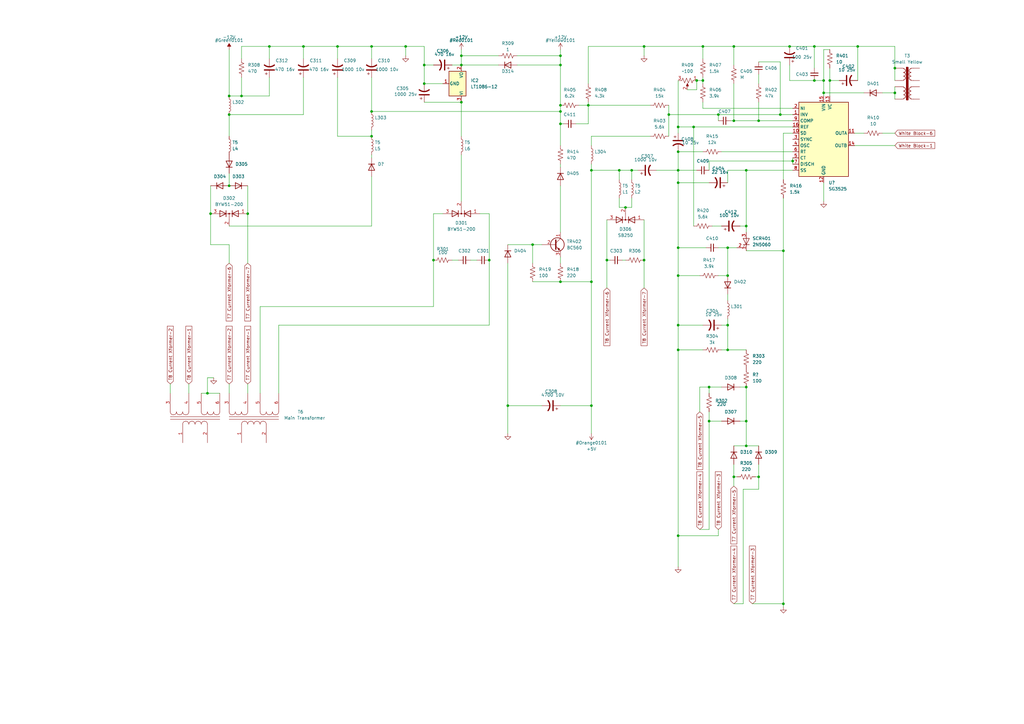
<source format=kicad_sch>
(kicad_sch (version 20211123) (generator eeschema)
  (paper "A3")
  (lib_symbols
    (symbol "Device:C_Polarized_US" (pin_numbers hide) (pin_names (offset 0.254) hide)
      (property "Reference" "C" (at 0.635 2.54 0))
      (property "Value" "C_Polarized_US" (at 0.635 -2.54 0))
      (symbol "C_Polarized_US_0_1"
        (polyline (pts (xy -2.032 0.762) (xy 2.032 0.762)) (stroke (width 0.508)))
        (polyline (pts (xy -1.778 2.286) (xy -0.762 2.286)))
        (polyline (pts (xy -1.27 1.778) (xy -1.27 2.794)))
        (arc (start 2.032 -1.27) (mid 0 -0.5572) (end -2.032 -1.27) (stroke (width 0.508)))
      )
      (symbol "C_Polarized_US_1_1"
        (pin passive line (at 0 3.81 270) (length 2.794) (name "~") (number "1"))
        (pin passive line (at 0 -3.81 90) (length 3.302) (name "~") (number "2"))
      )
    )
    (symbol "Device:C_Small" (pin_numbers hide) (pin_names (offset 0.254) hide)
      (property "Reference" "C" (at 0.254 1.778 0))
      (property "Value" "C_Small" (at 0.254 -2.032 0))
      (symbol "C_Small_0_1"
        (polyline (pts (xy -1.524 -0.508) (xy 1.524 -0.508)) (stroke (width 0.3302)))
        (polyline (pts (xy -1.524 0.508) (xy 1.524 0.508)) (stroke (width 0.3048)))
      )
      (symbol "C_Small_1_1"
        (pin passive line (at 0 2.54 270) (length 2.032) (name "~") (number "1"))
        (pin passive line (at 0 -2.54 90) (length 2.032) (name "~") (number "2"))
      )
    )
    (symbol "Device:D" (pin_numbers hide) (pin_names (offset 1.016) hide)
      (property "Reference" "D" (at 0 2.54 0))
      (property "Value" "D" (at 0 -2.54 0))
      (symbol "D_0_1"
        (polyline (pts (xy -1.27 1.27) (xy -1.27 -1.27)) (stroke (width 0.254)))
        (polyline (pts (xy 1.27 0) (xy -1.27 0)))
        (polyline (pts (xy 1.27 1.27) (xy 1.27 -1.27) (xy -1.27 0) (xy 1.27 1.27)) (stroke (width 0.254)))
      )
      (symbol "D_1_1"
        (pin passive line (at -3.81 0 0) (length 2.54) (name "K") (number "1"))
        (pin passive line (at 3.81 0 180) (length 2.54) (name "A") (number "2"))
      )
    )
    (symbol "Device:D_Dual_CommonCathode_AKA" (pin_names (offset 0.762) hide)
      (property "Reference" "D" (at 1.27 -2.54 0))
      (property "Value" "D_Dual_CommonCathode_AKA" (at 0 2.54 0))
      (symbol "D_Dual_CommonCathode_AKA_0_1"
        (polyline (pts (xy 0 0) (xy 0 -2.54)))
        (polyline (pts (xy 3.81 0) (xy -3.81 0)))
        (polyline (pts (xy -1.27 -1.27) (xy -1.27 1.27) (xy -1.27 1.27)) (stroke (width 0.254)))
        (polyline (pts (xy 1.27 -1.27) (xy 1.27 1.27) (xy 1.27 1.27)) (stroke (width 0.254)))
        (polyline (pts (xy -3.81 1.27) (xy -1.27 0) (xy -3.81 -1.27) (xy -3.81 1.27) (xy -3.81 1.27) (xy -3.81 1.27)) (stroke (width 0.254)))
        (polyline (pts (xy 3.81 -1.27) (xy 1.27 0) (xy 3.81 1.27) (xy 3.81 -1.27) (xy 3.81 -1.27) (xy 3.81 -1.27)) (stroke (width 0.254)))
        (circle (center 0 0) (radius 0.254) (fill (type outline)))
        (pin passive line (at -7.62 0 0) (length 3.81) (name "A") (number "1"))
        (pin passive line (at 0 -5.08 90) (length 2.54) (name "K") (number "2"))
        (pin passive line (at 7.62 0 180) (length 3.81) (name "A") (number "3"))
      )
    )
    (symbol "Device:L" (pin_numbers hide) (pin_names (offset 1.016) hide)
      (property "Reference" "L" (at -1.27 0 90))
      (property "Value" "L" (at 1.905 0 90))
      (symbol "L_0_1"
        (arc (start 0 -2.54) (mid 0.635 -1.905) (end 0 -1.27))
        (arc (start 0 -1.27) (mid 0.635 -0.635) (end 0 0))
        (arc (start 0 0) (mid 0.635 0.635) (end 0 1.27))
        (arc (start 0 1.27) (mid 0.635 1.905) (end 0 2.54))
      )
      (symbol "L_1_1"
        (pin passive line (at 0 3.81 270) (length 1.27) (name "1") (number "1"))
        (pin passive line (at 0 -3.81 90) (length 1.27) (name "2") (number "2"))
      )
    )
    (symbol "Device:Q_SCR_KGA" (pin_names (offset 0) hide)
      (property "Reference" "D" (at 1.905 0.635 0))
      (property "Value" "Q_SCR_KGA" (at 1.905 -1.27 0))
      (symbol "Q_SCR_KGA_0_1"
        (polyline (pts (xy -1.27 -2.54) (xy -0.635 -1.27)))
        (polyline (pts (xy -1.27 -1.27) (xy 1.27 -1.27)) (stroke (width 0.2032)))
        (polyline (pts (xy 0 -2.54) (xy 0 2.54)))
        (polyline (pts (xy -1.27 1.27) (xy 1.27 1.27) (xy 0 -1.27) (xy -1.27 1.27)) (stroke (width 0.2032)))
      )
      (symbol "Q_SCR_KGA_1_1"
        (pin passive line (at 0 -3.81 90) (length 2.54) (name "K") (number "1"))
        (pin input line (at -3.81 -2.54 0) (length 2.54) (name "G") (number "2"))
        (pin passive line (at 0 3.81 270) (length 2.54) (name "A") (number "3"))
      )
    )
    (symbol "Device:R_Potentiometer_US" (pin_names (offset 1.016) hide)
      (property "Reference" "RV" (at -4.445 0 90))
      (property "Value" "R_Potentiometer_US" (at -2.54 0 90))
      (symbol "R_Potentiometer_US_0_1"
        (polyline (pts (xy 0 -2.286) (xy 0 -2.54)))
        (polyline (pts (xy 0 2.54) (xy 0 2.286)))
        (polyline (pts (xy 2.54 0) (xy 1.524 0)))
        (polyline (pts (xy 1.143 0) (xy 2.286 0.508) (xy 2.286 -0.508) (xy 1.143 0)) (fill (type outline)))
        (polyline (pts (xy 0 -0.762) (xy 1.016 -1.143) (xy 0 -1.524) (xy -1.016 -1.905) (xy 0 -2.286)))
        (polyline (pts (xy 0 0.762) (xy 1.016 0.381) (xy 0 0) (xy -1.016 -0.381) (xy 0 -0.762)))
        (polyline (pts (xy 0 2.286) (xy 1.016 1.905) (xy 0 1.524) (xy -1.016 1.143) (xy 0 0.762)))
      )
      (symbol "R_Potentiometer_US_1_1"
        (pin passive line (at 0 3.81 270) (length 1.27) (name "1") (number "1"))
        (pin passive line (at 3.81 0 180) (length 1.27) (name "2") (number "2"))
        (pin passive line (at 0 -3.81 90) (length 1.27) (name "3") (number "3"))
      )
    )
    (symbol "Device:R_US" (pin_numbers hide) (pin_names (offset 0))
      (property "Reference" "R" (at 2.54 0 90))
      (property "Value" "R_US" (at -2.54 0 90))
      (symbol "R_US_0_1"
        (polyline (pts (xy 0 -2.286) (xy 0 -2.54)))
        (polyline (pts (xy 0 2.286) (xy 0 2.54)))
        (polyline (pts (xy 0 -0.762) (xy 1.016 -1.143) (xy 0 -1.524) (xy -1.016 -1.905) (xy 0 -2.286)))
        (polyline (pts (xy 0 0.762) (xy 1.016 0.381) (xy 0 0) (xy -1.016 -0.381) (xy 0 -0.762)))
        (polyline (pts (xy 0 2.286) (xy 1.016 1.905) (xy 0 1.524) (xy -1.016 1.143) (xy 0 0.762)))
      )
      (symbol "R_US_1_1"
        (pin passive line (at 0 3.81 270) (length 1.27) (name "~") (number "1"))
        (pin passive line (at 0 -3.81 90) (length 1.27) (name "~") (number "2"))
      )
    )
    (symbol "Device:Transformer_1P_2S" (pin_names (offset 1.016) hide)
      (property "Reference" "T" (at 0 12.7 0))
      (property "Value" "Transformer_1P_2S" (at 0 -12.7 0))
      (symbol "Transformer_1P_2S_0_1"
        (arc (start -2.54 -5.0546) (mid -1.6599 -4.6901) (end -1.27 -3.81))
        (arc (start -2.54 -2.5146) (mid -1.6599 -2.1501) (end -1.27 -1.27))
        (arc (start -2.54 0.0254) (mid -1.6599 0.3899) (end -1.27 1.27))
        (arc (start -2.54 2.5654) (mid -1.6599 2.9299) (end -1.27 3.81))
        (arc (start -1.27 -3.81) (mid -1.642 -2.912) (end -2.54 -2.54))
        (arc (start -1.27 -1.27) (mid -1.642 -0.372) (end -2.54 0))
        (arc (start -1.27 1.27) (mid -1.642 2.168) (end -2.54 2.54))
        (arc (start -1.27 3.81) (mid -1.642 4.708) (end -2.54 5.08))
        (polyline (pts (xy -0.508 -10.16) (xy -0.508 10.16)))
        (polyline (pts (xy 0.508 10.16) (xy 0.508 -10.16)))
        (arc (start 1.2954 -8.89) (mid 1.6599 -9.7701) (end 2.54 -10.1346))
        (arc (start 1.2954 -6.35) (mid 1.6599 -7.2301) (end 2.54 -7.5946))
        (arc (start 1.2954 -3.81) (mid 1.6599 -4.6901) (end 2.54 -5.0546))
        (arc (start 1.2954 3.81) (mid 1.6599 2.9299) (end 2.54 2.5654))
        (arc (start 1.2954 6.35) (mid 1.6599 5.4699) (end 2.54 5.1054))
        (arc (start 1.2954 8.89) (mid 1.6599 8.0099) (end 2.54 7.6454))
        (arc (start 2.54 -7.62) (mid 1.642 -7.992) (end 1.2954 -8.89))
        (arc (start 2.54 -5.08) (mid 1.642 -5.452) (end 1.2954 -6.35))
        (arc (start 2.54 -2.54) (mid 1.642 -2.912) (end 1.2954 -3.81))
        (arc (start 2.54 5.08) (mid 1.642 4.708) (end 1.2954 3.81))
        (arc (start 2.54 7.62) (mid 1.642 7.248) (end 1.2954 6.35))
        (arc (start 2.54 10.16) (mid 1.642 9.788) (end 1.2954 8.89))
      )
      (symbol "Transformer_1P_2S_1_1"
        (pin passive line (at -10.16 5.08 0) (length 7.62) (name "AA") (number "1"))
        (pin passive line (at -10.16 -5.08 0) (length 7.62) (name "AB") (number "2"))
        (pin passive line (at 10.16 10.16 180) (length 7.62) (name "SA") (number "3"))
        (pin passive line (at 10.16 2.54 180) (length 7.62) (name "SB") (number "4"))
        (pin passive line (at 10.16 -2.54 180) (length 7.62) (name "SC") (number "5"))
        (pin passive line (at 10.16 -10.16 180) (length 7.62) (name "SD") (number "6"))
      )
    )
    (symbol "Regulator_Controller:SG3525"
      (property "Reference" "U" (at 3.81 19.05 0))
      (property "Value" "SG3525" (at 3.81 16.51 0))
      (symbol "SG3525_0_1"
        (rectangle (start -10.16 -15.24) (end 10.16 15.24) (stroke (width 0.254)) (fill (type background)))
      )
      (symbol "SG3525_1_1"
        (pin input line (at -12.7 10.16 0) (length 2.54) (name "INV") (number "1"))
        (pin passive line (at -12.7 2.54 0) (length 2.54) (name "SD") (number "10"))
        (pin output line (at 12.7 2.54 180) (length 2.54) (name "OUTA") (number "11"))
        (pin power_in line (at 0 -17.78 90) (length 2.54) (name "GND") (number "12"))
        (pin power_in line (at 2.54 17.78 270) (length 2.54) (name "VC") (number "13"))
        (pin output line (at 12.7 -2.54 180) (length 2.54) (name "OUTB") (number "14"))
        (pin power_in line (at 0 17.78 270) (length 2.54) (name "VIN") (number "15"))
        (pin power_in line (at -12.7 5.08 0) (length 2.54) (name "REF") (number "16"))
        (pin input line (at -12.7 12.7 0) (length 2.54) (name "NI") (number "2"))
        (pin passive line (at -12.7 0 0) (length 2.54) (name "SYNC") (number "3"))
        (pin output line (at -12.7 -2.54 0) (length 2.54) (name "OSC") (number "4"))
        (pin passive line (at -12.7 -7.62 0) (length 2.54) (name "CT") (number "5"))
        (pin passive line (at -12.7 -5.08 0) (length 2.54) (name "RT") (number "6"))
        (pin open_collector line (at -12.7 -10.16 0) (length 2.54) (name "DISCH") (number "7"))
        (pin passive line (at -12.7 -12.7 0) (length 2.54) (name "SS") (number "8"))
        (pin passive line (at -12.7 7.62 0) (length 2.54) (name "COMP") (number "9"))
      )
    )
    (symbol "Regulator_Linear:LT1086-12" (pin_names (offset 0.254))
      (property "Reference" "U" (at -3.81 3.175 0))
      (property "Value" "LT1086-12" (at 0 3.175 0))
      (symbol "LT1086-12_0_1"
        (rectangle (start -5.08 1.905) (end 5.08 -5.08) (stroke (width 0.254)) (fill (type background)))
      )
      (symbol "LT1086-12_1_1"
        (pin power_in line (at 0 -7.62 90) (length 2.54) (name "GND") (number "1"))
        (pin power_out line (at 7.62 0 180) (length 2.54) (name "VO") (number "2"))
        (pin power_in line (at -7.62 0 0) (length 2.54) (name "VI") (number "3"))
      )
    )
    (symbol "Transformer:TRANSF6" (pin_numbers hide) (pin_names (offset 0))
      (property "Reference" "TR" (at 0 10.16 0))
      (property "Value" "TRANSF6" (at 0 -7.62 0))
      (symbol "TRANSF6_0_1"
        (arc (start -1.524 -4.826) (mid -0.762 -4.064) (end -1.524 -3.302) (stroke (width 0.2032)))
        (arc (start -1.524 -3.302) (mid -0.762 -2.54) (end -1.524 -1.778) (stroke (width 0.2032)))
        (arc (start -1.524 -1.778) (mid -0.762 -1.016) (end -1.524 -0.254) (stroke (width 0.2032)))
        (arc (start -1.524 2.794) (mid -0.762 3.556) (end -1.524 4.318) (stroke (width 0.2032)))
        (arc (start -1.524 4.318) (mid -0.762 5.08) (end -1.524 5.842) (stroke (width 0.2032)))
        (arc (start -1.524 5.842) (mid -0.762 6.604) (end -1.524 7.366) (stroke (width 0.2032)))
        (rectangle (start -0.254 7.874) (end 0.254 -5.334) (stroke (width 0.508)) (fill (type outline)))
        (polyline (pts (xy 1.524 -4.826) (xy 1.524 -5.08) (xy 1.524 -5.08)) (fill (type outline)))
        (polyline (pts (xy 1.524 0) (xy 1.524 -0.254) (xy 1.524 -0.254)) (fill (type outline)))
        (polyline (pts (xy 1.524 0) (xy 2.54 0) (xy 2.54 0)))
        (polyline (pts (xy 1.524 2.54) (xy 1.524 2.794) (xy 1.524 2.794)) (fill (type outline)))
        (polyline (pts (xy 1.524 2.54) (xy 2.54 2.54) (xy 2.54 2.54)))
        (polyline (pts (xy 1.524 7.62) (xy 1.524 7.366) (xy 1.524 7.366)) (fill (type outline)))
        (polyline (pts (xy 1.524 7.62) (xy 2.54 7.62) (xy 2.54 7.62)))
        (polyline (pts (xy 2.54 -5.08) (xy 1.524 -5.08) (xy 1.524 -5.08)))
        (polyline (pts (xy -1.524 -4.826) (xy -1.524 -5.08) (xy -2.54 -5.08) (xy -2.54 -5.08)))
        (polyline (pts (xy -1.524 -0.254) (xy -1.524 0) (xy -2.54 0) (xy -2.54 0)))
        (polyline (pts (xy -1.524 2.794) (xy -1.524 2.54) (xy -2.54 2.54) (xy -2.54 2.54)))
        (polyline (pts (xy -1.524 7.366) (xy -1.524 7.62) (xy -2.54 7.62) (xy -2.54 7.62)))
        (arc (start 1.524 -3.302) (mid 0.762 -4.064) (end 1.524 -4.826) (stroke (width 0.2032)))
        (arc (start 1.524 -1.778) (mid 0.762 -2.54) (end 1.524 -3.302) (stroke (width 0.2032)))
        (arc (start 1.524 -0.254) (mid 0.762 -1.016) (end 1.524 -1.778) (stroke (width 0.2032)))
        (arc (start 1.524 4.318) (mid 0.762 3.556) (end 1.524 2.794) (stroke (width 0.2032)))
        (arc (start 1.524 5.842) (mid 0.762 5.08) (end 1.524 4.318) (stroke (width 0.2032)))
        (arc (start 1.524 7.366) (mid 0.762 6.604) (end 1.524 5.842) (stroke (width 0.2032)))
      )
      (symbol "TRANSF6_1_1"
        (pin passive line (at -5.08 7.62 0) (length 2.54) (name "~") (number "1"))
        (pin passive line (at -5.08 2.54 0) (length 2.54) (name "~") (number "2"))
        (pin passive line (at -5.08 0 0) (length 2.54) (name "~") (number "3"))
        (pin passive line (at -5.08 -5.08 0) (length 2.54) (name "~") (number "4"))
        (pin passive line (at 5.08 -5.08 180) (length 2.54) (name "~") (number "5"))
        (pin passive line (at 5.08 0 180) (length 2.54) (name "~") (number "6"))
        (pin passive line (at 5.08 2.54 180) (length 2.54) (name "~") (number "7"))
        (pin passive line (at 5.08 7.62 180) (length 2.54) (name "~") (number "8"))
      )
    )
    (symbol "Transistor_BJT:BC560" (pin_names (offset 0) hide)
      (property "Reference" "Q" (at 5.08 1.905 0))
      (property "Value" "BC560" (at 5.08 0 0))
      (symbol "BC560_0_1"
        (polyline (pts (xy 0.635 0.635) (xy 2.54 2.54)))
        (polyline (pts (xy 0.635 -0.635) (xy 2.54 -2.54) (xy 2.54 -2.54)))
        (polyline (pts (xy 0.635 1.905) (xy 0.635 -1.905) (xy 0.635 -1.905)) (stroke (width 0.508)))
        (polyline (pts (xy 2.286 -1.778) (xy 1.778 -2.286) (xy 1.27 -1.27) (xy 2.286 -1.778) (xy 2.286 -1.778)) (fill (type outline)))
        (circle (center 1.27 0) (radius 2.8194) (stroke (width 0.254)))
      )
      (symbol "BC560_1_1"
        (pin passive line (at 2.54 5.08 270) (length 2.54) (name "C") (number "1"))
        (pin input line (at -5.08 0 0) (length 5.715) (name "B") (number "2"))
        (pin passive line (at 2.54 -5.08 90) (length 2.54) (name "E") (number "3"))
      )
    )
    (symbol "power:+12V" (power) (pin_names (offset 0))
      (property "Value" "+12V" (at 0 3.556 0))
      (symbol "+12V_0_1"
        (polyline (pts (xy -0.762 1.27) (xy 0 2.54)))
        (polyline (pts (xy 0 0) (xy 0 2.54)))
        (polyline (pts (xy 0 2.54) (xy 0.762 1.27)))
      )
      (symbol "+12V_1_1"
        (pin power_in line (at 0 0 90) (length 0) hide (name "+12V") (number "1"))
      )
    )
    (symbol "power:+5V" (power) (pin_names (offset 0))
      (property "Value" "+5V" (at 0 3.556 0))
      (symbol "+5V_0_1"
        (polyline (pts (xy -0.762 1.27) (xy 0 2.54)))
        (polyline (pts (xy 0 0) (xy 0 2.54)))
        (polyline (pts (xy 0 2.54) (xy 0.762 1.27)))
      )
      (symbol "+5V_1_1"
        (pin power_in line (at 0 0 90) (length 0) hide (name "+5V") (number "1"))
      )
    )
    (symbol "power:-12V" (power) (pin_names (offset 0))
      (property "Value" "-12V" (at 0 3.81 0))
      (symbol "-12V_0_0"
        (pin power_in line (at 0 0 90) (length 0) hide (name "-12V") (number "1"))
      )
      (symbol "-12V_0_1"
        (polyline (pts (xy 0 0) (xy 0 1.27) (xy 0.762 1.27) (xy 0 2.54) (xy -0.762 1.27) (xy 0 1.27)) (fill (type outline)))
      )
    )
    (symbol "power:GND" (power) (pin_names (offset 0))
      (property "Value" "GND" (at 0 -3.81 0))
      (symbol "GND_0_1"
        (polyline (pts (xy 0 0) (xy 0 -1.27) (xy 1.27 -1.27) (xy 0 -2.54) (xy -1.27 -1.27) (xy 0 -1.27)))
      )
      (symbol "GND_1_1"
        (pin power_in line (at 0 0 270) (length 0) hide (name "GND") (number "1"))
      )
    )
  )
  (junction (at 229.87 22.86))
  (junction (at 278.13 219.71))
  (junction (at 351.79 19.05))
  (junction (at 229.87 50.8))
  (junction (at 340.36 33.02))
  (junction (at 189.23 22.86))
  (junction (at 294.64 46.99))
  (junction (at 241.3 43.18))
  (junction (at 93.98 39.37))
  (junction (at 173.99 34.29))
  (junction (at 337.82 33.02))
  (junction (at 284.48 52.07))
  (junction (at 99.06 39.37))
  (junction (at 166.37 19.05))
  (junction (at 189.23 41.91))
  (junction (at 288.29 33.02))
  (junction (at 242.57 115.57))
  (junction (at 229.87 26.67))
  (junction (at 152.4 45.72))
  (junction (at 101.6 87.63))
  (junction (at 321.31 102.87))
  (junction (at 325.12 66.04))
  (junction (at 278.13 52.07))
  (junction (at 290.83 158.75))
  (junction (at 337.82 38.1))
  (junction (at 85.09 161.29))
  (junction (at 367.03 27.94))
  (junction (at 290.83 172.72))
  (junction (at 278.13 113.03))
  (junction (at 254 69.85))
  (junction (at 152.4 55.88))
  (junction (at 334.01 33.02))
  (junction (at 320.04 46.99))
  (junction (at 274.32 46.99))
  (junction (at 298.45 133.35))
  (junction (at 86.36 87.63))
  (junction (at 173.99 26.67))
  (junction (at 189.23 26.67))
  (junction (at 311.15 195.58))
  (junction (at 300.99 19.05))
  (junction (at 259.08 69.85))
  (junction (at 367.03 38.1))
  (junction (at 93.98 46.99))
  (junction (at 242.57 69.85))
  (junction (at 264.16 19.05))
  (junction (at 256.54 85.09))
  (junction (at 298.45 101.6))
  (junction (at 278.13 133.35))
  (junction (at 110.49 19.05))
  (junction (at 311.15 49.53))
  (junction (at 229.87 115.57))
  (junction (at 177.8 106.68))
  (junction (at 288.29 19.05))
  (junction (at 278.13 101.6))
  (junction (at 321.31 247.65))
  (junction (at 334.01 19.05))
  (junction (at 124.46 19.05))
  (junction (at 242.57 166.37))
  (junction (at 248.92 106.68))
  (junction (at 306.07 92.71))
  (junction (at 229.87 43.18))
  (junction (at 138.43 19.05))
  (junction (at 229.87 45.72))
  (junction (at 208.28 166.37))
  (junction (at 152.4 19.05))
  (junction (at 306.07 182.88))
  (junction (at 300.99 49.53))
  (junction (at 278.13 74.93))
  (junction (at 306.07 158.75))
  (junction (at 278.13 143.51))
  (junction (at 306.07 172.72))
  (junction (at 278.13 62.23))
  (junction (at 278.13 69.85))
  (junction (at 218.44 100.33))
  (junction (at 298.45 113.03))
  (junction (at 300.99 195.58))
  (junction (at 298.45 143.51))
  (junction (at 323.85 19.05))
  (junction (at 285.75 33.02))
  (junction (at 306.07 69.85))
  (junction (at 200.66 106.68))
  (junction (at 264.16 106.68))
  (junction (at 93.98 76.2))
  (wire (pts (xy 321.31 54.61) (xy 321.31 73.66)))
  (wire (pts (xy 278.13 133.35) (xy 288.29 133.35)))
  (wire (pts (xy 152.4 19.05) (xy 138.43 19.05)))
  (wire (pts (xy 306.07 158.75) (xy 306.07 172.72)))
  (wire (pts (xy 298.45 101.6) (xy 298.45 113.03)))
  (wire (pts (xy 278.13 113.03) (xy 287.02 113.03)))
  (wire (pts (xy 306.07 102.87) (xy 321.31 102.87)))
  (wire (pts (xy 242.57 69.85) (xy 242.57 67.31)))
  (wire (pts (xy 278.13 74.93) (xy 278.13 101.6)))
  (wire (pts (xy 110.49 24.13) (xy 110.49 19.05)))
  (wire (pts (xy 189.23 22.86) (xy 189.23 26.67)))
  (wire (pts (xy 334.01 33.02) (xy 337.82 33.02)))
  (wire (pts (xy 189.23 20.32) (xy 189.23 22.86)))
  (wire (pts (xy 295.91 158.75) (xy 290.83 158.75)))
  (wire (pts (xy 337.82 38.1) (xy 337.82 39.37)))
  (wire (pts (xy 304.8 200.66) (xy 311.15 200.66)))
  (wire (pts (xy 86.36 100.33) (xy 86.36 87.63)))
  (wire (pts (xy 110.49 39.37) (xy 110.49 31.75)))
  (wire (pts (xy 208.28 166.37) (xy 208.28 177.8)))
  (wire (pts (xy 93.98 157.48) (xy 93.98 161.29)))
  (wire (pts (xy 325.12 69.85) (xy 306.07 69.85)))
  (wire (pts (xy 306.07 182.88) (xy 311.15 182.88)))
  (wire (pts (xy 242.57 115.57) (xy 229.87 115.57)))
  (wire (pts (xy 241.3 43.18) (xy 266.7 43.18)))
  (wire (pts (xy 306.07 69.85) (xy 306.07 92.71)))
  (wire (pts (xy 181.61 87.63) (xy 177.8 87.63)))
  (wire (pts (xy 173.99 19.05) (xy 166.37 19.05)))
  (wire (pts (xy 298.45 133.35) (xy 295.91 133.35)))
  (wire (pts (xy 173.99 26.67) (xy 173.99 34.29)))
  (wire (pts (xy 241.3 19.05) (xy 264.16 19.05)))
  (wire (pts (xy 334.01 19.05) (xy 334.01 27.94)))
  (wire (pts (xy 106.68 125.73) (xy 177.8 125.73)))
  (wire (pts (xy 242.57 166.37) (xy 242.57 177.8)))
  (wire (pts (xy 292.1 92.71) (xy 295.91 92.71)))
  (wire (pts (xy 274.32 46.99) (xy 274.32 55.88)))
  (wire (pts (xy 278.13 143.51) (xy 278.13 219.71)))
  (wire (pts (xy 290.83 172.72) (xy 295.91 172.72)))
  (wire (pts (xy 287.02 217.17) (xy 290.83 217.17)))
  (wire (pts (xy 254 69.85) (xy 254 73.66)))
  (wire (pts (xy 325.12 66.04) (xy 325.12 67.31)))
  (wire (pts (xy 303.53 92.71) (xy 306.07 92.71)))
  (wire (pts (xy 281.94 36.83) (xy 285.75 36.83)))
  (wire (pts (xy 278.13 52.07) (xy 278.13 54.61)))
  (wire (pts (xy 229.87 22.86) (xy 229.87 26.67)))
  (wire (pts (xy 259.08 69.85) (xy 259.08 73.66)))
  (wire (pts (xy 294.64 101.6) (xy 298.45 101.6)))
  (wire (pts (xy 254 69.85) (xy 259.08 69.85)))
  (wire (pts (xy 300.99 190.5) (xy 300.99 195.58)))
  (wire (pts (xy 237.49 43.18) (xy 241.3 43.18)))
  (wire (pts (xy 367.03 40.64) (xy 367.03 38.1)))
  (wire (pts (xy 212.09 22.86) (xy 229.87 22.86)))
  (wire (pts (xy 264.16 19.05) (xy 288.29 19.05)))
  (wire (pts (xy 181.61 34.29) (xy 173.99 34.29)))
  (wire (pts (xy 269.24 69.85) (xy 278.13 69.85)))
  (wire (pts (xy 274.32 46.99) (xy 274.32 43.18)))
  (wire (pts (xy 208.28 107.95) (xy 208.28 166.37)))
  (wire (pts (xy 138.43 31.75) (xy 138.43 55.88)))
  (wire (pts (xy 114.3 133.35) (xy 200.66 133.35)))
  (wire (pts (xy 340.36 20.32) (xy 337.82 20.32)))
  (wire (pts (xy 300.99 19.05) (xy 323.85 19.05)))
  (wire (pts (xy 285.75 33.02) (xy 288.29 33.02)))
  (wire (pts (xy 152.4 53.34) (xy 152.4 55.88)))
  (wire (pts (xy 284.48 52.07) (xy 325.12 52.07)))
  (wire (pts (xy 196.85 87.63) (xy 200.66 87.63)))
  (wire (pts (xy 288.29 31.75) (xy 288.29 33.02)))
  (wire (pts (xy 173.99 26.67) (xy 177.8 26.67)))
  (wire (pts (xy 242.57 55.88) (xy 242.57 59.69)))
  (wire (pts (xy 242.57 69.85) (xy 254 69.85)))
  (wire (pts (xy 248.92 106.68) (xy 250.19 106.68)))
  (wire (pts (xy 278.13 143.51) (xy 288.29 143.51)))
  (wire (pts (xy 298.45 143.51) (xy 306.07 143.51)))
  (wire (pts (xy 200.66 87.63) (xy 200.66 106.68)))
  (wire (pts (xy 290.83 66.04) (xy 290.83 69.85)))
  (wire (pts (xy 278.13 33.02) (xy 278.13 52.07)))
  (wire (pts (xy 166.37 19.05) (xy 166.37 22.86)))
  (wire (pts (xy 229.87 50.8) (xy 229.87 59.69)))
  (wire (pts (xy 264.16 22.86) (xy 264.16 19.05)))
  (wire (pts (xy 311.15 195.58) (xy 309.88 195.58)))
  (wire (pts (xy 340.36 27.94) (xy 340.36 33.02)))
  (wire (pts (xy 101.6 157.48) (xy 101.6 161.29)))
  (wire (pts (xy 298.45 69.85) (xy 298.45 74.93)))
  (wire (pts (xy 87.63 154.94) (xy 85.09 154.94)))
  (wire (pts (xy 200.66 106.68) (xy 200.66 133.35)))
  (wire (pts (xy 189.23 63.5) (xy 189.23 82.55)))
  (wire (pts (xy 229.87 166.37) (xy 242.57 166.37)))
  (wire (pts (xy 308.61 247.65) (xy 321.31 247.65)))
  (wire (pts (xy 323.85 26.67) (xy 323.85 33.02)))
  (wire (pts (xy 106.68 161.29) (xy 106.68 125.73)))
  (wire (pts (xy 311.15 41.91) (xy 311.15 49.53)))
  (wire (pts (xy 93.98 107.95) (xy 93.98 100.33)))
  (wire (pts (xy 306.07 182.88) (xy 306.07 172.72)))
  (wire (pts (xy 278.13 69.85) (xy 285.75 69.85)))
  (wire (pts (xy 241.3 43.18) (xy 241.3 41.91)))
  (wire (pts (xy 304.8 247.65) (xy 304.8 200.66)))
  (wire (pts (xy 208.28 100.33) (xy 218.44 100.33)))
  (wire (pts (xy 124.46 46.99) (xy 124.46 31.75)))
  (wire (pts (xy 278.13 113.03) (xy 278.13 133.35)))
  (wire (pts (xy 124.46 19.05) (xy 138.43 19.05)))
  (wire (pts (xy 85.09 161.29) (xy 90.17 161.29)))
  (wire (pts (xy 152.4 31.75) (xy 152.4 45.72)))
  (wire (pts (xy 311.15 49.53) (xy 325.12 49.53)))
  (wire (pts (xy 278.13 62.23) (xy 278.13 69.85)))
  (wire (pts (xy 311.15 30.48) (xy 311.15 34.29)))
  (wire (pts (xy 300.99 247.65) (xy 304.8 247.65)))
  (wire (pts (xy 340.36 33.02) (xy 340.36 39.37)))
  (wire (pts (xy 93.98 46.99) (xy 93.98 55.88)))
  (wire (pts (xy 278.13 133.35) (xy 278.13 143.51)))
  (wire (pts (xy 259.08 85.09) (xy 256.54 85.09)))
  (wire (pts (xy 266.7 55.88) (xy 242.57 55.88)))
  (wire (pts (xy 85.09 154.94) (xy 85.09 161.29)))
  (wire (pts (xy 320.04 46.99) (xy 325.12 46.99)))
  (wire (pts (xy 77.47 157.48) (xy 77.47 161.29)))
  (wire (pts (xy 284.48 52.07) (xy 284.48 92.71)))
  (wire (pts (xy 193.04 106.68) (xy 195.58 106.68)))
  (wire (pts (xy 93.98 20.32) (xy 93.98 39.37)))
  (wire (pts (xy 287.02 168.91) (xy 287.02 158.75)))
  (wire (pts (xy 218.44 100.33) (xy 218.44 107.95)))
  (wire (pts (xy 298.45 113.03) (xy 294.64 113.03)))
  (wire (pts (xy 278.13 219.71) (xy 278.13 232.41)))
  (wire (pts (xy 300.99 182.88) (xy 306.07 182.88)))
  (wire (pts (xy 350.52 54.61) (xy 354.33 54.61)))
  (wire (pts (xy 321.31 102.87) (xy 321.31 247.65)))
  (wire (pts (xy 299.72 49.53) (xy 300.99 49.53)))
  (wire (pts (xy 303.53 172.72) (xy 306.07 172.72)))
  (wire (pts (xy 152.4 72.39) (xy 152.4 92.71)))
  (wire (pts (xy 350.52 59.69) (xy 367.03 59.69)))
  (wire (pts (xy 320.04 25.4) (xy 320.04 46.99)))
  (wire (pts (xy 278.13 101.6) (xy 278.13 113.03)))
  (wire (pts (xy 212.09 26.67) (xy 229.87 26.67)))
  (wire (pts (xy 166.37 19.05) (xy 152.4 19.05)))
  (wire (pts (xy 152.4 63.5) (xy 152.4 64.77)))
  (wire (pts (xy 337.82 38.1) (xy 354.33 38.1)))
  (wire (pts (xy 152.4 45.72) (xy 229.87 45.72)))
  (wire (pts (xy 99.06 31.75) (xy 99.06 39.37)))
  (wire (pts (xy 323.85 19.05) (xy 334.01 19.05)))
  (wire (pts (xy 229.87 67.31) (xy 229.87 68.58)))
  (wire (pts (xy 278.13 101.6) (xy 289.56 101.6)))
  (wire (pts (xy 361.95 38.1) (xy 367.03 38.1)))
  (wire (pts (xy 300.99 195.58) (xy 300.99 199.39)))
  (wire (pts (xy 229.87 50.8) (xy 231.14 50.8)))
  (wire (pts (xy 93.98 46.99) (xy 124.46 46.99)))
  (wire (pts (xy 86.36 76.2) (xy 86.36 87.63)))
  (wire (pts (xy 229.87 43.18) (xy 229.87 45.72)))
  (wire (pts (xy 254 85.09) (xy 256.54 85.09)))
  (wire (pts (xy 173.99 19.05) (xy 173.99 26.67)))
  (wire (pts (xy 295.91 62.23) (xy 325.12 62.23)))
  (wire (pts (xy 325.12 66.04) (xy 290.83 66.04)))
  (wire (pts (xy 189.23 26.67) (xy 204.47 26.67)))
  (wire (pts (xy 278.13 62.23) (xy 288.29 62.23)))
  (wire (pts (xy 208.28 166.37) (xy 222.25 166.37)))
  (wire (pts (xy 325.12 54.61) (xy 321.31 54.61)))
  (wire (pts (xy 177.8 87.63) (xy 177.8 106.68)))
  (wire (pts (xy 351.79 33.02) (xy 351.79 19.05)))
  (wire (pts (xy 288.29 33.02) (xy 288.29 34.29)))
  (wire (pts (xy 325.12 64.77) (xy 325.12 66.04)))
  (wire (pts (xy 177.8 125.73) (xy 177.8 106.68)))
  (wire (pts (xy 337.82 20.32) (xy 337.82 33.02)))
  (wire (pts (xy 290.83 74.93) (xy 278.13 74.93)))
  (wire (pts (xy 290.83 158.75) (xy 290.83 161.29)))
  (wire (pts (xy 337.82 33.02) (xy 337.82 38.1)))
  (wire (pts (xy 93.98 100.33) (xy 86.36 100.33)))
  (wire (pts (xy 367.03 19.05) (xy 351.79 19.05)))
  (wire (pts (xy 311.15 200.66) (xy 311.15 195.58)))
  (wire (pts (xy 99.06 24.13) (xy 99.06 19.05)))
  (wire (pts (xy 248.92 90.17) (xy 248.92 106.68)))
  (wire (pts (xy 114.3 161.29) (xy 114.3 133.35)))
  (wire (pts (xy 298.45 143.51) (xy 295.91 143.51)))
  (wire (pts (xy 294.64 46.99) (xy 320.04 46.99)))
  (wire (pts (xy 101.6 87.63) (xy 101.6 107.95)))
  (wire (pts (xy 323.85 33.02) (xy 334.01 33.02)))
  (wire (pts (xy 152.4 24.13) (xy 152.4 19.05)))
  (wire (pts (xy 278.13 52.07) (xy 284.48 52.07)))
  (wire (pts (xy 300.99 26.67) (xy 300.99 19.05)))
  (wire (pts (xy 189.23 41.91) (xy 189.23 55.88)))
  (wire (pts (xy 287.02 158.75) (xy 290.83 158.75)))
  (wire (pts (xy 288.29 19.05) (xy 288.29 24.13)))
  (wire (pts (xy 285.75 36.83) (xy 285.75 33.02)))
  (wire (pts (xy 311.15 25.4) (xy 320.04 25.4)))
  (wire (pts (xy 294.64 217.17) (xy 294.64 219.71)))
  (wire (pts (xy 93.98 92.71) (xy 152.4 92.71)))
  (wire (pts (xy 99.06 39.37) (xy 110.49 39.37)))
  (wire (pts (xy 303.53 158.75) (xy 306.07 158.75)))
  (wire (pts (xy 229.87 20.32) (xy 229.87 22.86)))
  (wire (pts (xy 242.57 69.85) (xy 242.57 115.57)))
  (wire (pts (xy 367.03 33.02) (xy 367.03 27.94)))
  (wire (pts (xy 351.79 19.05) (xy 334.01 19.05)))
  (wire (pts (xy 229.87 105.41) (xy 229.87 107.95)))
  (wire (pts (xy 229.87 76.2) (xy 229.87 95.25)))
  (wire (pts (xy 294.64 219.71) (xy 278.13 219.71)))
  (wire (pts (xy 185.42 106.68) (xy 187.96 106.68)))
  (wire (pts (xy 229.87 45.72) (xy 229.87 50.8)))
  (wire (pts (xy 340.36 33.02) (xy 344.17 33.02)))
  (wire (pts (xy 294.64 49.53) (xy 294.64 46.99)))
  (wire (pts (xy 264.16 90.17) (xy 264.16 106.68)))
  (wire (pts (xy 236.22 50.8) (xy 241.3 50.8)))
  (wire (pts (xy 259.08 69.85) (xy 261.62 69.85)))
  (wire (pts (xy 298.45 120.65) (xy 298.45 123.19)))
  (wire (pts (xy 99.06 19.05) (xy 110.49 19.05)))
  (wire (pts (xy 298.45 133.35) (xy 298.45 143.51)))
  (wire (pts (xy 321.31 81.28) (xy 321.31 102.87)))
  (wire (pts (xy 229.87 26.67) (xy 229.87 43.18)))
  (wire (pts (xy 306.07 69.85) (xy 298.45 69.85)))
  (wire (pts (xy 82.55 161.29) (xy 85.09 161.29)))
  (wire (pts (xy 138.43 19.05) (xy 138.43 24.13)))
  (wire (pts (xy 254 81.28) (xy 254 85.09)))
  (wire (pts (xy 69.85 157.48) (xy 69.85 161.29)))
  (wire (pts (xy 93.98 39.37) (xy 99.06 39.37)))
  (wire (pts (xy 288.29 44.45) (xy 288.29 41.91)))
  (wire (pts (xy 241.3 34.29) (xy 241.3 19.05)))
  (wire (pts (xy 242.57 115.57) (xy 242.57 166.37)))
  (wire (pts (xy 321.31 247.65) (xy 321.31 248.92)))
  (wire (pts (xy 185.42 26.67) (xy 189.23 26.67)))
  (wire (pts (xy 218.44 115.57) (xy 229.87 115.57)))
  (wire (pts (xy 290.83 172.72) (xy 290.83 217.17)))
  (wire (pts (xy 306.07 92.71) (xy 306.07 95.25)))
  (wire (pts (xy 311.15 190.5) (xy 311.15 195.58)))
  (wire (pts (xy 101.6 76.2) (xy 101.6 87.63)))
  (wire (pts (xy 337.82 74.93) (xy 337.82 82.55)))
  (wire (pts (xy 274.32 46.99) (xy 294.64 46.99)))
  (wire (pts (xy 325.12 44.45) (xy 288.29 44.45)))
  (wire (pts (xy 290.83 168.91) (xy 290.83 172.72)))
  (wire (pts (xy 173.99 41.91) (xy 189.23 41.91)))
  (wire (pts (xy 367.03 35.56) (xy 367.03 38.1)))
  (wire (pts (xy 264.16 106.68) (xy 264.16 118.11)))
  (wire (pts (xy 138.43 55.88) (xy 152.4 55.88)))
  (wire (pts (xy 218.44 100.33) (xy 222.25 100.33)))
  (wire (pts (xy 300.99 19.05) (xy 288.29 19.05)))
  (wire (pts (xy 300.99 49.53) (xy 311.15 49.53)))
  (wire (pts (xy 124.46 24.13) (xy 124.46 19.05)))
  (wire (pts (xy 248.92 106.68) (xy 248.92 118.11)))
  (wire (pts (xy 361.95 54.61) (xy 367.03 54.61)))
  (wire (pts (xy 93.98 71.12) (xy 93.98 76.2)))
  (wire (pts (xy 298.45 101.6) (xy 302.26 101.6)))
  (wire (pts (xy 241.3 50.8) (xy 241.3 43.18)))
  (wire (pts (xy 259.08 81.28) (xy 259.08 85.09)))
  (wire (pts (xy 189.23 22.86) (xy 204.47 22.86)))
  (wire (pts (xy 278.13 69.85) (xy 278.13 74.93)))
  (wire (pts (xy 110.49 19.05) (xy 124.46 19.05)))
  (wire (pts (xy 255.27 106.68) (xy 256.54 106.68)))
  (wire (pts (xy 300.99 195.58) (xy 302.26 195.58)))
  (wire (pts (xy 298.45 130.81) (xy 298.45 133.35)))
  (wire (pts (xy 367.03 27.94) (xy 367.03 19.05)))
  (wire (pts (xy 300.99 34.29) (xy 300.99 49.53)))
  (global_label "T7 Current Xformer-5" (shape input) (at 300.99 199.39 270) (property "Intersheet References" "${INTERSHEET_REFS}" (effects hide)))
  (global_label "White Block-1" (shape input) (at 367.03 59.69 0) (property "Intersheet References" "${INTERSHEET_REFS}" (effects hide)))
  (global_label "T8 Current Xformer-7" (shape input) (at 264.16 118.11 270) (property "Intersheet References" "${INTERSHEET_REFS}" (effects hide)))
  (global_label "T8 Current Xformer-2" (shape input) (at 69.85 157.48 90) (property "Intersheet References" "${INTERSHEET_REFS}" (effects hide)))
  (global_label "T7 Current Xformer-6" (shape input) (at 93.98 107.95 270) (property "Intersheet References" "${INTERSHEET_REFS}" (effects hide)))
  (global_label "T8 Current Xformer-3" (shape input) (at 294.64 217.17 90) (property "Intersheet References" "${INTERSHEET_REFS}" (effects hide)))
  (global_label "T7 Current Xformer-1" (shape input) (at 101.6 157.48 90) (property "Intersheet References" "${INTERSHEET_REFS}" (effects hide)))
  (global_label "T8 Current Xformer-4" (shape input) (at 287.02 217.17 90) (property "Intersheet References" "${INTERSHEET_REFS}" (effects hide)))
  (global_label "T7 Current Xformer-4" (shape input) (at 300.99 247.65 90) (property "Intersheet References" "${INTERSHEET_REFS}" (effects hide)))
  (global_label "White Block-6" (shape input) (at 367.03 54.61 0) (property "Intersheet References" "${INTERSHEET_REFS}" (effects hide)))
  (global_label "T8 Current Xformer-6" (shape input) (at 248.92 118.11 270) (property "Intersheet References" "${INTERSHEET_REFS}" (effects hide)))
  (global_label "T8 Current Xformer-5" (shape input) (at 287.02 168.91 270) (property "Intersheet References" "${INTERSHEET_REFS}" (effects hide)))
  (global_label "T7 Current Xformer-2" (shape input) (at 93.98 157.48 90) (property "Intersheet References" "${INTERSHEET_REFS}" (effects hide)))
  (global_label "T8 Current Xformer-1" (shape input) (at 77.47 157.48 90) (property "Intersheet References" "${INTERSHEET_REFS}" (effects hide)))
  (global_label "T7 Current Xformer-3" (shape input) (at 308.61 247.65 90) (property "Intersheet References" "${INTERSHEET_REFS}" (effects hide)))
  (global_label "T7 Current Xformer-7" (shape input) (at 101.6 107.95 270) (property "Intersheet References" "${INTERSHEET_REFS}" (effects hide)))
  (symbol (lib_id "Device:D") (at 229.87 72.39 90) (mirror x) (unit 1)
    (property "Reference" "D405" (at 232.41 71.1199 90) (effects (justify right)))
    (property "Value" "D" (effects hide))
  )
  (symbol (lib_id "Device:R_US") (at 292.1 62.23 90) (unit 1)
    (property "Reference" "R415" (at 292.1 55.88 90))
    (property "Value" "12k" (at 292.1 58.42 90))
  )
  (symbol (lib_id "Device:R_US") (at 306.07 195.58 90) (unit 1)
    (property "Reference" "R305" (at 306.07 189.23 90) (effects (justify bottom)))
    (property "Value" "220" (at 306.07 191.77 90) (effects (justify bottom)))
  )
  (symbol (lib_id "power:+12V") (at 229.87 20.32 0) (unit 1)
    (property "Reference" "Yellow" (at 229.87 16.51 0))
    (property "Value" "+12V" (at 229.87 15.24 0))
  )
  (symbol (lib_id "Device:R_US") (at 290.83 165.1 0) (unit 1)
    (property "Reference" "R302" (at 295.91 165.1 0) (effects (justify bottom)))
    (property "Value" "220" (at 295.91 165.1 0) (effects (justify top)))
  )
  (symbol (lib_id "Device:D") (at 208.28 26.67 0) (mirror x) (unit 1)
    (property "Reference" "D314" (at 208.28 29.21 0))
    (property "Value" "D" (effects hide))
  )
  (symbol (lib_id "Device:R_US") (at 321.31 77.47 0) (unit 1)
    (property "Reference" "R416" (at 323.85 76.1999 0) (effects (justify left)))
    (property "Value" "1.5k" (at 323.85 78.7399 0) (effects (justify left)))
  )
  (symbol (lib_id "Device:R_US") (at 181.61 106.68 90) (unit 1)
    (property "Reference" "R301" (at 181.61 102.87 90) (effects (justify top)))
    (property "Value" "100" (at 181.61 102.87 90) (effects (justify bottom)))
  )
  (symbol (lib_id "Device:L") (at 189.23 59.69 0) (unit 1)
    (property "Reference" "T5" (at 190.5 58.4199 0) (effects (justify left)))
    (property "Value" "L6" (at 190.5 60.9599 0) (effects (justify left)))
  )
  (symbol (lib_id "Device:R_US") (at 270.51 55.88 90) (unit 1)
    (property "Reference" "R403" (at 270.51 49.53 90))
    (property "Value" "5.6k" (at 270.51 52.07 90))
  )
  (symbol (lib_id "power:GND") (at 264.16 22.86 0) (unit 1)
    (property "Reference" "GND" (effects hide))
    (property "Value" "GND" (effects hide))
  )
  (symbol (lib_id "Device:Transformer_1P_2S") (at 104.14 171.45 90) (unit 1)
    (property "Reference" "T6" (at 124.46 168.91 90) (effects (justify left)))
    (property "Value" "Main Transformer" (at 133.35 171.45 90) (effects (justify left)))
  )
  (symbol (lib_id "Device:R_US") (at 233.68 43.18 90) (unit 1)
    (property "Reference" "R405" (at 233.68 36.83 90))
    (property "Value" "6.2k" (at 233.68 39.37 90))
  )
  (symbol (lib_id "Device:D") (at 97.79 76.2 0) (mirror y) (unit 1)
    (property "Reference" "D303" (at 97.79 72.39 0))
    (property "Value" "D" (effects hide))
  )
  (symbol (lib_id "Device:R_US") (at 229.87 111.76 180) (unit 1)
    (property "Reference" "R418" (at 232.41 110.4899 0) (effects (justify right)))
    (property "Value" "220" (at 232.41 113.0299 0) (effects (justify right)))
  )
  (symbol (lib_id "Device:R_US") (at 260.35 106.68 90) (unit 1)
    (property "Reference" "R306" (at 260.35 102.87 90))
    (property "Value" "?" (effects hide))
  )
  (symbol (lib_id "Device:C_Small") (at 252.73 106.68 90) (unit 1)
    (property "Reference" "C303" (at 252.73 102.87 90))
    (property "Value" "C_Small" (effects hide))
  )
  (symbol (lib_id "power:GND") (at 337.82 82.55 0) (unit 1)
    (property "Reference" "GND?" (effects hide))
    (property "Value" "GND" (effects hide))
  )
  (symbol (lib_id "power:GND") (at 166.37 22.86 0) (unit 1)
    (property "Reference" "GND?" (effects hide))
    (property "Value" "GND" (effects hide))
  )
  (symbol (lib_id "Device:R_US") (at 208.28 22.86 90) (unit 1)
    (property "Reference" "R309" (at 208.28 17.78 90))
    (property "Value" "1" (at 208.28 20.32 90))
  )
  (symbol (lib_id "power:+5V") (at 242.57 177.8 0) (mirror x) (unit 1)
    (property "Reference" "Orange" (at 242.57 181.61 0))
    (property "Value" "+5V" (at 242.57 184.15 0))
  )
  (symbol (lib_id "Device:C_Polarized_US") (at 278.13 58.42 0) (unit 1)
    (property "Reference" "C408" (at 281.94 57.7849 0) (effects (justify bottom)))
    (property "Value" "10 25v" (at 283.21 57.785 0) (effects (justify top)))
  )
  (symbol (lib_id "Device:R_US") (at 306.07 154.94 180) (unit 1)
    (property "Reference" "R?" (at 308.61 153.6699 0) (effects (justify right)))
    (property "Value" "100" (at 308.61 156.2099 0) (effects (justify right)))
  )
  (symbol (lib_id "Device:C_Small") (at 198.12 106.68 90) (unit 1)
    (property "Reference" "C301" (at 198.12 102.87 90))
    (property "Value" "C_Small" (effects hide))
  )
  (symbol (lib_id "Device:L") (at 298.45 127 0) (unit 1)
    (property "Reference" "L301" (at 299.72 125.7299 0) (effects (justify left)))
    (property "Value" "L" (effects hide))
  )
  (symbol (lib_id "Device:L") (at 242.57 63.5 0) (unit 1)
    (property "Reference" "L304" (at 243.84 62.2299 0) (effects (justify left)))
    (property "Value" "L" (effects hide))
  )
  (symbol (lib_id "Device:C_Polarized_US") (at 110.49 27.94 0) (mirror x) (unit 1)
    (property "Reference" "C312" (at 115.57 24.13 0) (effects (justify bottom)))
    (property "Value" "470 16v" (at 116.84 29.21 0) (effects (justify top)))
  )
  (symbol (lib_id "Device:D") (at 299.72 172.72 0) (mirror y) (unit 1)
    (property "Reference" "D307" (at 299.72 168.91 0))
    (property "Value" "D" (effects hide))
  )
  (symbol (lib_id "Device:C_Small") (at 334.01 30.48 0) (mirror x) (unit 1)
    (property "Reference" "C403" (at 328.93 30.48 0))
    (property "Value" "C_Small" (effects hide))
  )
  (symbol (lib_id "Transistor_BJT:BC560") (at 227.33 100.33 0) (unit 1)
    (property "Reference" "TR402" (at 232.41 99.0599 0) (effects (justify left)))
    (property "Value" "BC560" (at 232.41 101.5999 0) (effects (justify left)))
    (property "Footprint" "Package_TO_SOT_THT:TO-92_Inline" (effects hide))
    (property "Datasheet" "https://www.onsemi.com/pub/Collateral/BC556BTA-D.pdf" (effects hide))
  )
  (symbol (lib_id "Device:R_US") (at 270.51 43.18 90) (unit 1)
    (property "Reference" "R404" (at 270.51 36.83 90))
    (property "Value" "15k" (at 270.51 39.37 90))
  )
  (symbol (lib_id "Device:D") (at 300.99 186.69 90) (mirror x) (unit 1)
    (property "Reference" "D310" (at 303.53 185.4199 90) (effects (justify right)))
    (property "Value" "D" (effects hide))
  )
  (symbol (lib_id "Regulator_Linear:LT1086-12") (at 189.23 34.29 270) (mirror x) (unit 1)
    (property "Reference" "IC2" (at 193.04 33.0199 90) (effects (justify left)))
    (property "Value" "LT1086-12" (at 193.04 35.5599 90) (effects (justify left)))
    (property "Datasheet" "https://www.analog.com/media/en/technical-documentation/data-sheets/1086ffs.pdf" (effects hide))
  )
  (symbol (lib_id "Device:C_Polarized_US") (at 299.72 92.71 90) (unit 1)
    (property "Reference" "C412" (at 299.72 87.63 90) (effects (justify top)))
    (property "Value" "100 10v" (at 299.085 87.63 90) (effects (justify bottom)))
  )
  (symbol (lib_id "Device:Transformer_1P_2S") (at 80.01 171.45 90) (unit 1)
    (property "Reference" "T?" (effects hide))
    (property "Value" "Transformer_1P_2S" (effects hide))
  )
  (symbol (lib_id "power:-12V") (at 93.98 20.32 0) (unit 1)
    (property "Reference" "Green" (at 93.98 16.51 0))
    (property "Value" "-12V" (at 93.98 15.24 0))
  )
  (symbol (lib_id "Device:D") (at 93.98 67.31 270) (mirror x) (unit 1)
    (property "Reference" "D305" (at 96.52 67.3099 90) (effects (justify left)))
    (property "Value" "D" (effects hide))
  )
  (symbol (lib_id "Device:C_Polarized_US") (at 124.46 27.94 0) (mirror x) (unit 1)
    (property "Reference" "C311" (at 129.54 24.13 0) (effects (justify bottom)))
    (property "Value" "470 16v" (at 130.81 29.21 0) (effects (justify top)))
  )
  (symbol (lib_id "Device:C_Polarized_US") (at 181.61 26.67 270) (mirror x) (unit 1)
    (property "Reference" "C306" (at 181.61 21.59 90) (effects (justify top)))
    (property "Value" "470 16v" (at 182.245 21.59 90) (effects (justify bottom)))
  )
  (symbol (lib_id "Device:L") (at 152.4 59.69 0) (unit 1)
    (property "Reference" "T5" (at 153.67 58.4199 0) (effects (justify left)))
    (property "Value" "L5" (at 153.67 60.9599 0) (effects (justify left)))
  )
  (symbol (lib_id "power:GND") (at 87.63 154.94 0) (unit 1)
    (property "Reference" "GND?" (effects hide))
    (property "Value" "GND" (effects hide))
  )
  (symbol (lib_id "Device:R_US") (at 99.06 27.94 0) (unit 1)
    (property "Reference" "R308" (at 101.6 26.6699 0) (effects (justify left)))
    (property "Value" "470" (at 101.6 29.2099 0) (effects (justify left)))
  )
  (symbol (lib_id "Device:R_US") (at 241.3 38.1 0) (unit 1)
    (property "Reference" "R408" (at 243.84 36.8299 0) (effects (justify left)))
    (property "Value" "4.3k" (at 243.84 39.3699 0) (effects (justify left)))
  )
  (symbol (lib_id "Device:C_Small") (at 297.18 49.53 90) (unit 1)
    (property "Reference" "C407" (at 297.18 45.72 90))
    (property "Value" "C_Small" (effects hide))
  )
  (symbol (lib_id "Device:C_Polarized_US") (at 265.43 69.85 90) (unit 1)
    (property "Reference" "C307" (at 265.43 64.77 90) (effects (justify top)))
    (property "Value" "1000 10v" (at 264.795 64.77 90) (effects (justify bottom)))
  )
  (symbol (lib_id "Device:D") (at 311.15 186.69 90) (mirror x) (unit 1)
    (property "Reference" "D309" (at 313.69 185.4199 90) (effects (justify right)))
    (property "Value" "D" (effects hide))
  )
  (symbol (lib_id "Device:D") (at 298.45 116.84 90) (unit 1)
    (property "Reference" "D402" (at 300.99 115.5699 90) (effects (justify right)))
    (property "Value" "D" (effects hide))
  )
  (symbol (lib_id "Device:L") (at 259.08 77.47 0) (unit 1)
    (property "Reference" "T5" (at 260.35 76.1999 0) (effects (justify left)))
    (property "Value" "L2" (at 260.35 78.7399 0) (effects (justify left)))
  )
  (symbol (lib_id "Device:C_Polarized_US") (at 138.43 27.94 0) (mirror x) (unit 1)
    (property "Reference" "C309" (at 143.51 24.13 0) (effects (justify bottom)))
    (property "Value" "1000 10v" (at 144.78 29.21 0) (effects (justify top)))
  )
  (symbol (lib_id "power:GND") (at 321.31 248.92 0) (unit 1)
    (property "Reference" "GND?" (effects hide))
    (property "Value" "GND" (effects hide))
  )
  (symbol (lib_id "Device:C_Small") (at 288.29 69.85 90) (unit 1)
    (property "Reference" "C409" (at 288.29 66.04 90))
    (property "Value" "C_Small" (effects hide))
  )
  (symbol (lib_id "Device:C_Polarized_US") (at 152.4 27.94 0) (mirror x) (unit 1)
    (property "Reference" "C310" (at 157.48 24.13 0) (effects (justify bottom)))
    (property "Value" "1000 10v" (at 158.75 29.21 0) (effects (justify top)))
  )
  (symbol (lib_id "Device:C_Polarized_US") (at 347.98 33.02 90) (unit 1)
    (property "Reference" "C402" (at 347.98 27.94 90) (effects (justify top)))
    (property "Value" "10 25v" (at 347.345 27.94 90) (effects (justify bottom)))
  )
  (symbol (lib_id "Regulator_Controller:SG3525") (at 337.82 57.15 0) (unit 1)
    (property "Reference" "U?" (at 339.8394 74.93 0) (effects (justify left)))
    (property "Value" "SG3525" (at 339.8394 77.47 0) (effects (justify left)))
    (property "Datasheet" "www.st.com/resource/en/datasheet/sg3525.pdf" (effects hide))
  )
  (symbol (lib_id "Device:C_Small") (at 292.1 101.6 90) (unit 1)
    (property "Reference" "C410" (at 292.1 97.79 90))
    (property "Value" "C_Small" (effects hide))
  )
  (symbol (lib_id "Device:D") (at 90.17 76.2 0) (unit 1)
    (property "Reference" "D304" (at 90.17 72.39 0))
    (property "Value" "D" (effects hide))
  )
  (symbol (lib_id "Transformer:TRANSF6") (at 372.11 35.56 0) (unit 1)
    (property "Reference" "T3" (at 372.11 22.86 0))
    (property "Value" "Small Yellow" (at 372.11 25.4 0))
  )
  (symbol (lib_id "power:GND") (at 208.28 177.8 0) (unit 1)
    (property "Reference" "GND?" (effects hide))
    (property "Value" "GND" (effects hide))
  )
  (symbol (lib_id "Device:D") (at 358.14 38.1 0) (mirror x) (unit 1)
    (property "Reference" "D401" (at 358.14 34.29 0))
    (property "Value" "D" (effects hide))
  )
  (symbol (lib_id "Device:R_US") (at 300.99 30.48 0) (unit 1)
    (property "Reference" "C405" (at 303.53 29.2099 0) (effects (justify left)))
    (property "Value" "M" (at 303.53 31.7499 0) (effects (justify left)))
  )
  (symbol (lib_id "Device:C_Polarized_US") (at 294.64 74.93 270) (mirror x) (unit 1)
    (property "Reference" "C404" (at 294.64 69.85 90) (effects (justify top)))
    (property "Value" "22 16v" (at 295.275 69.85 90) (effects (justify bottom)))
  )
  (symbol (lib_id "Device:C_Polarized_US") (at 173.99 38.1 0) (mirror x) (unit 1)
    (property "Reference" "C305" (at 165.1 35.56 0) (effects (justify bottom)))
    (property "Value" "1000 25v" (at 166.37 39.37 0) (effects (justify top)))
  )
  (symbol (lib_id "Device:L") (at 152.4 49.53 0) (unit 1)
    (property "Reference" "L303" (at 153.67 48.2599 0) (effects (justify left)))
    (property "Value" "L" (effects hide))
  )
  (symbol (lib_id "Device:L") (at 93.98 43.18 0) (unit 1)
    (property "Reference" "L302" (at 95.25 41.9099 0) (effects (justify left)))
    (property "Value" "L" (effects hide))
  )
  (symbol (lib_id "Device:R_US") (at 288.29 92.71 90) (unit 1)
    (property "Reference" "R420" (at 288.29 86.36 90))
    (property "Value" "5.6k" (at 288.29 88.9 90))
  )
  (symbol (lib_id "Device:R_US") (at 229.87 63.5 180) (unit 1)
    (property "Reference" "R414" (at 232.41 62.2299 0) (effects (justify right)))
    (property "Value" "470" (at 232.41 64.7699 0) (effects (justify right)))
  )
  (symbol (lib_id "Device:R_US") (at 358.14 54.61 90) (unit 1)
    (property "Reference" "R410" (at 358.14 48.26 90))
    (property "Value" "10" (at 358.14 50.8 90))
  )
  (symbol (lib_id "Device:R_US") (at 292.1 143.51 90) (unit 1)
    (property "Reference" "R304" (at 292.1 137.16 90) (effects (justify bottom)))
    (property "Value" "3k" (at 292.1 139.7 90) (effects (justify bottom)))
  )
  (symbol (lib_id "Device:C_Small") (at 311.15 27.94 180) (unit 1)
    (property "Reference" "C406" (at 316.23 27.94 0))
    (property "Value" "C_Small" (effects hide))
  )
  (symbol (lib_id "power:+12V") (at 189.23 20.32 0) (unit 1)
    (property "Reference" "Red" (at 189.23 16.51 0))
    (property "Value" "+12V" (at 189.23 15.24 0))
  )
  (symbol (lib_id "Device:D") (at 208.28 104.14 90) (mirror x) (unit 1)
    (property "Reference" "D404" (at 210.82 102.8699 90) (effects (justify right)))
    (property "Value" "D" (effects hide))
  )
  (symbol (lib_id "Device:D") (at 152.4 68.58 90) (mirror x) (unit 1)
    (property "Reference" "D?" (at 154.94 67.3099 90) (effects (justify right)))
    (property "Value" "D" (effects hide))
  )
  (symbol (lib_id "Device:D_Dual_CommonCathode_AKA") (at 256.54 90.17 180) (unit 1)
    (property "Reference" "D306" (at 256.54 93.98 0))
    (property "Value" "SB250" (at 256.54 96.52 0))
  )
  (symbol (lib_id "Device:R_Potentiometer_US") (at 281.94 33.02 270) (unit 1)
    (property "Reference" "R409" (at 281.94 26.67 90))
    (property "Value" "~100" (at 281.94 29.21 90))
  )
  (symbol (lib_id "Device:C_Small") (at 190.5 106.68 90) (unit 1)
    (property "Reference" "C302" (at 190.5 102.87 90))
    (property "Value" "C_Small" (effects hide))
  )
  (symbol (lib_id "Device:R_US") (at 288.29 38.1 0) (unit 1)
    (property "Reference" "R406" (at 290.83 36.8299 0) (effects (justify left)))
    (property "Value" "3.9k" (at 290.83 39.3699 0) (effects (justify left)))
  )
  (symbol (lib_id "Device:R_US") (at 340.36 24.13 0) (unit 1)
    (property "Reference" "R401" (at 342.9 22.8599 0) (effects (justify left)))
    (property "Value" "10" (at 342.9 25.3999 0) (effects (justify left)))
  )
  (symbol (lib_id "Device:Q_SCR_KGA") (at 306.07 99.06 0) (unit 1)
    (property "Reference" "SCR401" (at 308.61 97.7899 0) (effects (justify left)))
    (property "Value" "2N5060" (at 308.61 100.3299 0) (effects (justify left)))
  )
  (symbol (lib_id "Device:D") (at 299.72 158.75 0) (mirror y) (unit 1)
    (property "Reference" "D308" (at 299.72 154.94 0))
    (property "Value" "D" (effects hide))
  )
  (symbol (lib_id "Device:L") (at 254 77.47 0) (unit 1)
    (property "Reference" "T5" (at 255.27 76.1999 0) (effects (justify left)))
    (property "Value" "L1" (at 255.27 78.7399 0) (effects (justify left)))
  )
  (symbol (lib_id "Device:L") (at 93.98 59.69 0) (unit 1)
    (property "Reference" "T5" (at 95.25 58.4199 0) (effects (justify left)))
    (property "Value" "L4" (at 95.25 60.9599 0) (effects (justify left)))
  )
  (symbol (lib_id "Device:R_US") (at 290.83 113.03 90) (unit 1)
    (property "Reference" "R417" (at 290.83 106.68 90))
    (property "Value" "3.9k" (at 290.83 109.22 90))
  )
  (symbol (lib_id "Device:C_Polarized_US") (at 323.85 22.86 180) (unit 1)
    (property "Reference" "C401" (at 328.93 19.05 0) (effects (justify bottom)))
    (property "Value" "100 25v" (at 328.93 24.13 0) (effects (justify top)))
  )
  (symbol (lib_id "Device:R_US") (at 311.15 38.1 0) (unit 1)
    (property "Reference" "R402" (at 313.69 36.8299 0) (effects (justify left)))
    (property "Value" "47k" (at 313.69 39.3699 0) (effects (justify left)))
  )
  (symbol (lib_id "Device:R_US") (at 288.29 27.94 0) (unit 1)
    (property "Reference" "R407" (at 290.83 26.6699 0) (effects (justify left)))
    (property "Value" "1.5k" (at 290.83 29.2099 0) (effects (justify left)))
  )
  (symbol (lib_id "Device:C_Polarized_US") (at 226.06 166.37 270) (mirror x) (unit 1)
    (property "Reference" "C308" (at 226.06 161.29 90) (effects (justify top)))
    (property "Value" "4700 10V" (at 226.695 161.29 90) (effects (justify bottom)))
  )
  (symbol (lib_id "Device:R_US") (at 218.44 111.76 180) (unit 1)
    (property "Reference" "R419" (at 220.98 110.4899 0) (effects (justify right)))
    (property "Value" "100" (at 220.98 113.0299 0) (effects (justify right)))
  )
  (symbol (lib_id "Device:D_Dual_CommonCathode_AKA") (at 189.23 87.63 180) (unit 1)
    (property "Reference" "D301" (at 189.23 91.44 0))
    (property "Value" "BYW51-200" (at 189.23 93.98 0))
  )
  (symbol (lib_id "Device:C_Polarized_US") (at 292.1 133.35 270) (mirror x) (unit 1)
    (property "Reference" "C304" (at 292.1 128.27 90) (effects (justify top)))
    (property "Value" "10 25v" (at 292.735 128.27 90) (effects (justify bottom)))
  )
  (symbol (lib_id "Device:D_Dual_CommonCathode_AKA") (at 93.98 87.63 0) (mirror y) (unit 1)
    (property "Reference" "D302" (at 93.98 81.28 0))
    (property "Value" "BYW51-200" (at 93.98 83.82 0))
  )
  (symbol (lib_id "power:GND") (at 278.13 232.41 0) (unit 1)
    (property "Reference" "GND?" (effects hide))
    (property "Value" "GND" (effects hide))
  )
  (symbol (lib_id "Device:R_US") (at 306.07 147.32 180) (unit 1)
    (property "Reference" "R303" (at 308.61 146.0499 0) (effects (justify right)))
    (property "Value" "220" (at 308.61 148.5899 0) (effects (justify right)))
  )
  (symbol (lib_id "Device:C_Small") (at 233.68 50.8 90) (unit 1)
    (property "Reference" "C411" (at 233.68 46.99 90))
    (property "Value" "C_Small" (effects hide))
  )
)
</source>
